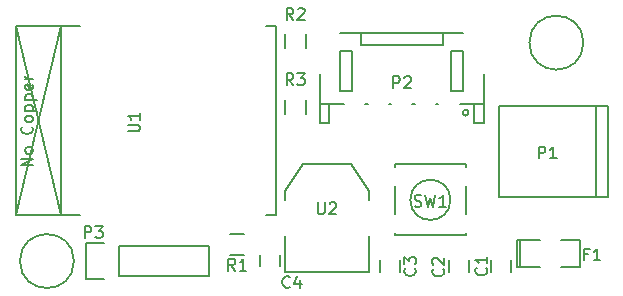
<source format=gbr>
G04 #@! TF.FileFunction,Legend,Top*
%FSLAX46Y46*%
G04 Gerber Fmt 4.6, Leading zero omitted, Abs format (unit mm)*
G04 Created by KiCad (PCBNEW 4.0.4-stable) date 10/04/16 21:15:39*
%MOMM*%
%LPD*%
G01*
G04 APERTURE LIST*
%ADD10C,0.100000*%
%ADD11C,0.152400*%
%ADD12C,0.150000*%
G04 APERTURE END LIST*
D10*
D11*
X116790000Y-101330000D02*
X116790000Y-85330000D01*
X116790000Y-85330000D02*
X122190000Y-85330000D01*
X116790000Y-101330000D02*
X122190000Y-101330000D01*
X137990000Y-101330000D02*
X138790000Y-101330000D01*
X138790000Y-101330000D02*
X138790000Y-85330000D01*
X138790000Y-85330000D02*
X137990000Y-85330000D01*
X116790000Y-85330000D02*
X120590000Y-101330000D01*
X116790000Y-101330000D02*
X120590000Y-85330000D01*
X120590000Y-101338000D02*
X120590000Y-85338000D01*
D12*
X165905180Y-99862640D02*
X165905180Y-92161360D01*
X166905940Y-99862640D02*
X166905940Y-92161360D01*
X166905940Y-92161360D02*
X157706060Y-92161360D01*
X157706060Y-92161360D02*
X157706060Y-99862640D01*
X157706060Y-99862640D02*
X166905940Y-99862640D01*
X158711000Y-106164000D02*
X158711000Y-105164000D01*
X157011000Y-105164000D02*
X157011000Y-106164000D01*
X155129600Y-106164000D02*
X155129600Y-105164000D01*
X153429600Y-105164000D02*
X153429600Y-106164000D01*
X147587600Y-105164000D02*
X147587600Y-106164000D01*
X149287600Y-106164000D02*
X149287600Y-105164000D01*
X137427600Y-104706800D02*
X137427600Y-105706800D01*
X139127600Y-105706800D02*
X139127600Y-104706800D01*
X159512000Y-103505000D02*
X159258000Y-103505000D01*
X159258000Y-103505000D02*
X159258000Y-105791000D01*
X159258000Y-105791000D02*
X159512000Y-105791000D01*
X159512000Y-103505000D02*
X159512000Y-105791000D01*
X159512000Y-105791000D02*
X161163000Y-105791000D01*
X162941000Y-103505000D02*
X164592000Y-103505000D01*
X164592000Y-103505000D02*
X164592000Y-105791000D01*
X164592000Y-105791000D02*
X162941000Y-105791000D01*
X161163000Y-103505000D02*
X159512000Y-103505000D01*
X155129000Y-92695000D02*
G75*
G03X155129000Y-92695000I-250000J0D01*
G01*
X152979000Y-85945000D02*
X152979000Y-86945000D01*
X152979000Y-86945000D02*
X145979000Y-86945000D01*
X145979000Y-86945000D02*
X145979000Y-85945000D01*
X154379000Y-91945000D02*
X155629000Y-91945000D01*
X155629000Y-91945000D02*
X155629000Y-93545000D01*
X155629000Y-93545000D02*
X156429000Y-93545000D01*
X156429000Y-93545000D02*
X156429000Y-89445000D01*
X155629000Y-91945000D02*
X156429000Y-91945000D01*
X144579000Y-91945000D02*
X143329000Y-91945000D01*
X143329000Y-91945000D02*
X143329000Y-93545000D01*
X143329000Y-93545000D02*
X142529000Y-93545000D01*
X142529000Y-93545000D02*
X142529000Y-89445000D01*
X143329000Y-91945000D02*
X142529000Y-91945000D01*
X154679000Y-85945000D02*
X144279000Y-85945000D01*
X154679000Y-90845000D02*
X154679000Y-87445000D01*
X154679000Y-87445000D02*
X153679000Y-87445000D01*
X153679000Y-87445000D02*
X153679000Y-90845000D01*
X153679000Y-90845000D02*
X154679000Y-90845000D01*
X144279000Y-90845000D02*
X144279000Y-87445000D01*
X144279000Y-87445000D02*
X145279000Y-87445000D01*
X145279000Y-87445000D02*
X145279000Y-90845000D01*
X145279000Y-90845000D02*
X144279000Y-90845000D01*
X152579000Y-91945000D02*
X152379000Y-91945000D01*
X150579000Y-91945000D02*
X150379000Y-91945000D01*
X148579000Y-91945000D02*
X148379000Y-91945000D01*
X146579000Y-91945000D02*
X146379000Y-91945000D01*
X134934400Y-102960200D02*
X136134400Y-102960200D01*
X136134400Y-104710200D02*
X134934400Y-104710200D01*
X141337000Y-86014000D02*
X141337000Y-87214000D01*
X139587000Y-87214000D02*
X139587000Y-86014000D01*
X139587000Y-92802000D02*
X139587000Y-91602000D01*
X141337000Y-91602000D02*
X141337000Y-92802000D01*
X148892000Y-103076000D02*
X148892000Y-102876000D01*
X148892000Y-97076000D02*
X148892000Y-97276000D01*
X154892000Y-97076000D02*
X154892000Y-97276000D01*
X154892000Y-103076000D02*
X154892000Y-102876000D01*
X154892000Y-101276000D02*
X154892000Y-98876000D01*
X148892000Y-101276000D02*
X148892000Y-98876000D01*
X148892000Y-103076000D02*
X154892000Y-103076000D01*
X154892000Y-97076000D02*
X148892000Y-97076000D01*
X153592000Y-100076000D02*
G75*
G03X153592000Y-100076000I-1700000J0D01*
G01*
X139573000Y-103124000D02*
X139573000Y-106172000D01*
X139573000Y-106172000D02*
X146685000Y-106172000D01*
X146685000Y-106172000D02*
X146685000Y-103124000D01*
X139573000Y-100076000D02*
X139573000Y-99314000D01*
X139573000Y-99314000D02*
X141097000Y-97028000D01*
X141097000Y-97028000D02*
X145161000Y-97028000D01*
X145161000Y-97028000D02*
X146685000Y-99314000D01*
X146685000Y-99314000D02*
X146685000Y-100076000D01*
X125526800Y-106527600D02*
X133146800Y-106527600D01*
X125526800Y-103987600D02*
X133146800Y-103987600D01*
X122706800Y-103707600D02*
X124256800Y-103707600D01*
X133146800Y-106527600D02*
X133146800Y-103987600D01*
X125526800Y-103987600D02*
X125526800Y-106527600D01*
X124256800Y-106807600D02*
X122706800Y-106807600D01*
X122706800Y-106807600D02*
X122706800Y-103707600D01*
X164846000Y-86766400D02*
G75*
G03X164846000Y-86766400I-2286000J0D01*
G01*
X121716800Y-105257600D02*
G75*
G03X121716800Y-105257600I-2286000J0D01*
G01*
X126299981Y-94284705D02*
X127109505Y-94284705D01*
X127204743Y-94237086D01*
X127252362Y-94189467D01*
X127299981Y-94094229D01*
X127299981Y-93903752D01*
X127252362Y-93808514D01*
X127204743Y-93760895D01*
X127109505Y-93713276D01*
X126299981Y-93713276D01*
X127299981Y-92713276D02*
X127299981Y-93284705D01*
X127299981Y-92998991D02*
X126299981Y-92998991D01*
X126442838Y-93094229D01*
X126538076Y-93189467D01*
X126585695Y-93284705D01*
X118242381Y-97152286D02*
X117242381Y-97152286D01*
X118242381Y-96580857D01*
X117242381Y-96580857D01*
X118242381Y-95961810D02*
X118194762Y-96057048D01*
X118147143Y-96104667D01*
X118051905Y-96152286D01*
X117766190Y-96152286D01*
X117670952Y-96104667D01*
X117623333Y-96057048D01*
X117575714Y-95961810D01*
X117575714Y-95818952D01*
X117623333Y-95723714D01*
X117670952Y-95676095D01*
X117766190Y-95628476D01*
X118051905Y-95628476D01*
X118147143Y-95676095D01*
X118194762Y-95723714D01*
X118242381Y-95818952D01*
X118242381Y-95961810D01*
X118147143Y-93866571D02*
X118194762Y-93914190D01*
X118242381Y-94057047D01*
X118242381Y-94152285D01*
X118194762Y-94295143D01*
X118099524Y-94390381D01*
X118004286Y-94438000D01*
X117813810Y-94485619D01*
X117670952Y-94485619D01*
X117480476Y-94438000D01*
X117385238Y-94390381D01*
X117290000Y-94295143D01*
X117242381Y-94152285D01*
X117242381Y-94057047D01*
X117290000Y-93914190D01*
X117337619Y-93866571D01*
X118242381Y-93295143D02*
X118194762Y-93390381D01*
X118147143Y-93438000D01*
X118051905Y-93485619D01*
X117766190Y-93485619D01*
X117670952Y-93438000D01*
X117623333Y-93390381D01*
X117575714Y-93295143D01*
X117575714Y-93152285D01*
X117623333Y-93057047D01*
X117670952Y-93009428D01*
X117766190Y-92961809D01*
X118051905Y-92961809D01*
X118147143Y-93009428D01*
X118194762Y-93057047D01*
X118242381Y-93152285D01*
X118242381Y-93295143D01*
X117575714Y-92533238D02*
X118575714Y-92533238D01*
X117623333Y-92533238D02*
X117575714Y-92438000D01*
X117575714Y-92247523D01*
X117623333Y-92152285D01*
X117670952Y-92104666D01*
X117766190Y-92057047D01*
X118051905Y-92057047D01*
X118147143Y-92104666D01*
X118194762Y-92152285D01*
X118242381Y-92247523D01*
X118242381Y-92438000D01*
X118194762Y-92533238D01*
X117575714Y-91628476D02*
X118575714Y-91628476D01*
X117623333Y-91628476D02*
X117575714Y-91533238D01*
X117575714Y-91342761D01*
X117623333Y-91247523D01*
X117670952Y-91199904D01*
X117766190Y-91152285D01*
X118051905Y-91152285D01*
X118147143Y-91199904D01*
X118194762Y-91247523D01*
X118242381Y-91342761D01*
X118242381Y-91533238D01*
X118194762Y-91628476D01*
X118194762Y-90342761D02*
X118242381Y-90437999D01*
X118242381Y-90628476D01*
X118194762Y-90723714D01*
X118099524Y-90771333D01*
X117718571Y-90771333D01*
X117623333Y-90723714D01*
X117575714Y-90628476D01*
X117575714Y-90437999D01*
X117623333Y-90342761D01*
X117718571Y-90295142D01*
X117813810Y-90295142D01*
X117909048Y-90771333D01*
X118242381Y-89866571D02*
X117575714Y-89866571D01*
X117766190Y-89866571D02*
X117670952Y-89818952D01*
X117623333Y-89771333D01*
X117575714Y-89676095D01*
X117575714Y-89580856D01*
X161059905Y-96565981D02*
X161059905Y-95565981D01*
X161440858Y-95565981D01*
X161536096Y-95613600D01*
X161583715Y-95661219D01*
X161631334Y-95756457D01*
X161631334Y-95899314D01*
X161583715Y-95994552D01*
X161536096Y-96042171D01*
X161440858Y-96089790D01*
X161059905Y-96089790D01*
X162583715Y-96565981D02*
X162012286Y-96565981D01*
X162298000Y-96565981D02*
X162298000Y-95565981D01*
X162202762Y-95708838D01*
X162107524Y-95804076D01*
X162012286Y-95851695D01*
X156617943Y-105830666D02*
X156665562Y-105878285D01*
X156713181Y-106021142D01*
X156713181Y-106116380D01*
X156665562Y-106259238D01*
X156570324Y-106354476D01*
X156475086Y-106402095D01*
X156284610Y-106449714D01*
X156141752Y-106449714D01*
X155951276Y-106402095D01*
X155856038Y-106354476D01*
X155760800Y-106259238D01*
X155713181Y-106116380D01*
X155713181Y-106021142D01*
X155760800Y-105878285D01*
X155808419Y-105830666D01*
X156713181Y-104878285D02*
X156713181Y-105449714D01*
X156713181Y-105164000D02*
X155713181Y-105164000D01*
X155856038Y-105259238D01*
X155951276Y-105354476D01*
X155998895Y-105449714D01*
X152960343Y-105932266D02*
X153007962Y-105979885D01*
X153055581Y-106122742D01*
X153055581Y-106217980D01*
X153007962Y-106360838D01*
X152912724Y-106456076D01*
X152817486Y-106503695D01*
X152627010Y-106551314D01*
X152484152Y-106551314D01*
X152293676Y-106503695D01*
X152198438Y-106456076D01*
X152103200Y-106360838D01*
X152055581Y-106217980D01*
X152055581Y-106122742D01*
X152103200Y-105979885D01*
X152150819Y-105932266D01*
X152150819Y-105551314D02*
X152103200Y-105503695D01*
X152055581Y-105408457D01*
X152055581Y-105170361D01*
X152103200Y-105075123D01*
X152150819Y-105027504D01*
X152246057Y-104979885D01*
X152341295Y-104979885D01*
X152484152Y-105027504D01*
X153055581Y-105598933D01*
X153055581Y-104979885D01*
X150572743Y-105881466D02*
X150620362Y-105929085D01*
X150667981Y-106071942D01*
X150667981Y-106167180D01*
X150620362Y-106310038D01*
X150525124Y-106405276D01*
X150429886Y-106452895D01*
X150239410Y-106500514D01*
X150096552Y-106500514D01*
X149906076Y-106452895D01*
X149810838Y-106405276D01*
X149715600Y-106310038D01*
X149667981Y-106167180D01*
X149667981Y-106071942D01*
X149715600Y-105929085D01*
X149763219Y-105881466D01*
X149667981Y-105548133D02*
X149667981Y-104929085D01*
X150048933Y-105262419D01*
X150048933Y-105119561D01*
X150096552Y-105024323D01*
X150144171Y-104976704D01*
X150239410Y-104929085D01*
X150477505Y-104929085D01*
X150572743Y-104976704D01*
X150620362Y-105024323D01*
X150667981Y-105119561D01*
X150667981Y-105405276D01*
X150620362Y-105500514D01*
X150572743Y-105548133D01*
X139990534Y-107443543D02*
X139942915Y-107491162D01*
X139800058Y-107538781D01*
X139704820Y-107538781D01*
X139561962Y-107491162D01*
X139466724Y-107395924D01*
X139419105Y-107300686D01*
X139371486Y-107110210D01*
X139371486Y-106967352D01*
X139419105Y-106776876D01*
X139466724Y-106681638D01*
X139561962Y-106586400D01*
X139704820Y-106538781D01*
X139800058Y-106538781D01*
X139942915Y-106586400D01*
X139990534Y-106634019D01*
X140847677Y-106872114D02*
X140847677Y-107538781D01*
X140609581Y-106491162D02*
X140371486Y-107205448D01*
X140990534Y-107205448D01*
X165249267Y-104678171D02*
X164915933Y-104678171D01*
X164915933Y-105201981D02*
X164915933Y-104201981D01*
X165392124Y-104201981D01*
X166296886Y-105201981D02*
X165725457Y-105201981D01*
X166011171Y-105201981D02*
X166011171Y-104201981D01*
X165915933Y-104344838D01*
X165820695Y-104440076D01*
X165725457Y-104487695D01*
X148740905Y-90622381D02*
X148740905Y-89622381D01*
X149121858Y-89622381D01*
X149217096Y-89670000D01*
X149264715Y-89717619D01*
X149312334Y-89812857D01*
X149312334Y-89955714D01*
X149264715Y-90050952D01*
X149217096Y-90098571D01*
X149121858Y-90146190D01*
X148740905Y-90146190D01*
X149693286Y-89717619D02*
X149740905Y-89670000D01*
X149836143Y-89622381D01*
X150074239Y-89622381D01*
X150169477Y-89670000D01*
X150217096Y-89717619D01*
X150264715Y-89812857D01*
X150264715Y-89908095D01*
X150217096Y-90050952D01*
X149645667Y-90622381D01*
X150264715Y-90622381D01*
X135367734Y-106065581D02*
X135034400Y-105589390D01*
X134796305Y-106065581D02*
X134796305Y-105065581D01*
X135177258Y-105065581D01*
X135272496Y-105113200D01*
X135320115Y-105160819D01*
X135367734Y-105256057D01*
X135367734Y-105398914D01*
X135320115Y-105494152D01*
X135272496Y-105541771D01*
X135177258Y-105589390D01*
X134796305Y-105589390D01*
X136320115Y-106065581D02*
X135748686Y-106065581D01*
X136034400Y-106065581D02*
X136034400Y-105065581D01*
X135939162Y-105208438D01*
X135843924Y-105303676D01*
X135748686Y-105351295D01*
X140295334Y-84831181D02*
X139962000Y-84354990D01*
X139723905Y-84831181D02*
X139723905Y-83831181D01*
X140104858Y-83831181D01*
X140200096Y-83878800D01*
X140247715Y-83926419D01*
X140295334Y-84021657D01*
X140295334Y-84164514D01*
X140247715Y-84259752D01*
X140200096Y-84307371D01*
X140104858Y-84354990D01*
X139723905Y-84354990D01*
X140676286Y-83926419D02*
X140723905Y-83878800D01*
X140819143Y-83831181D01*
X141057239Y-83831181D01*
X141152477Y-83878800D01*
X141200096Y-83926419D01*
X141247715Y-84021657D01*
X141247715Y-84116895D01*
X141200096Y-84259752D01*
X140628667Y-84831181D01*
X141247715Y-84831181D01*
X140295334Y-90368381D02*
X139962000Y-89892190D01*
X139723905Y-90368381D02*
X139723905Y-89368381D01*
X140104858Y-89368381D01*
X140200096Y-89416000D01*
X140247715Y-89463619D01*
X140295334Y-89558857D01*
X140295334Y-89701714D01*
X140247715Y-89796952D01*
X140200096Y-89844571D01*
X140104858Y-89892190D01*
X139723905Y-89892190D01*
X140628667Y-89368381D02*
X141247715Y-89368381D01*
X140914381Y-89749333D01*
X141057239Y-89749333D01*
X141152477Y-89796952D01*
X141200096Y-89844571D01*
X141247715Y-89939810D01*
X141247715Y-90177905D01*
X141200096Y-90273143D01*
X141152477Y-90320762D01*
X141057239Y-90368381D01*
X140771524Y-90368381D01*
X140676286Y-90320762D01*
X140628667Y-90273143D01*
X150558667Y-100607762D02*
X150701524Y-100655381D01*
X150939620Y-100655381D01*
X151034858Y-100607762D01*
X151082477Y-100560143D01*
X151130096Y-100464905D01*
X151130096Y-100369667D01*
X151082477Y-100274429D01*
X151034858Y-100226810D01*
X150939620Y-100179190D01*
X150749143Y-100131571D01*
X150653905Y-100083952D01*
X150606286Y-100036333D01*
X150558667Y-99941095D01*
X150558667Y-99845857D01*
X150606286Y-99750619D01*
X150653905Y-99703000D01*
X150749143Y-99655381D01*
X150987239Y-99655381D01*
X151130096Y-99703000D01*
X151463429Y-99655381D02*
X151701524Y-100655381D01*
X151892001Y-99941095D01*
X152082477Y-100655381D01*
X152320572Y-99655381D01*
X153225334Y-100655381D02*
X152653905Y-100655381D01*
X152939619Y-100655381D02*
X152939619Y-99655381D01*
X152844381Y-99798238D01*
X152749143Y-99893476D01*
X152653905Y-99941095D01*
X142367095Y-100290381D02*
X142367095Y-101099905D01*
X142414714Y-101195143D01*
X142462333Y-101242762D01*
X142557571Y-101290381D01*
X142748048Y-101290381D01*
X142843286Y-101242762D01*
X142890905Y-101195143D01*
X142938524Y-101099905D01*
X142938524Y-100290381D01*
X143367095Y-100385619D02*
X143414714Y-100338000D01*
X143509952Y-100290381D01*
X143748048Y-100290381D01*
X143843286Y-100338000D01*
X143890905Y-100385619D01*
X143938524Y-100480857D01*
X143938524Y-100576095D01*
X143890905Y-100718952D01*
X143319476Y-101290381D01*
X143938524Y-101290381D01*
X122629705Y-103296981D02*
X122629705Y-102296981D01*
X123010658Y-102296981D01*
X123105896Y-102344600D01*
X123153515Y-102392219D01*
X123201134Y-102487457D01*
X123201134Y-102630314D01*
X123153515Y-102725552D01*
X123105896Y-102773171D01*
X123010658Y-102820790D01*
X122629705Y-102820790D01*
X123534467Y-102296981D02*
X124153515Y-102296981D01*
X123820181Y-102677933D01*
X123963039Y-102677933D01*
X124058277Y-102725552D01*
X124105896Y-102773171D01*
X124153515Y-102868410D01*
X124153515Y-103106505D01*
X124105896Y-103201743D01*
X124058277Y-103249362D01*
X123963039Y-103296981D01*
X123677324Y-103296981D01*
X123582086Y-103249362D01*
X123534467Y-103201743D01*
M02*

</source>
